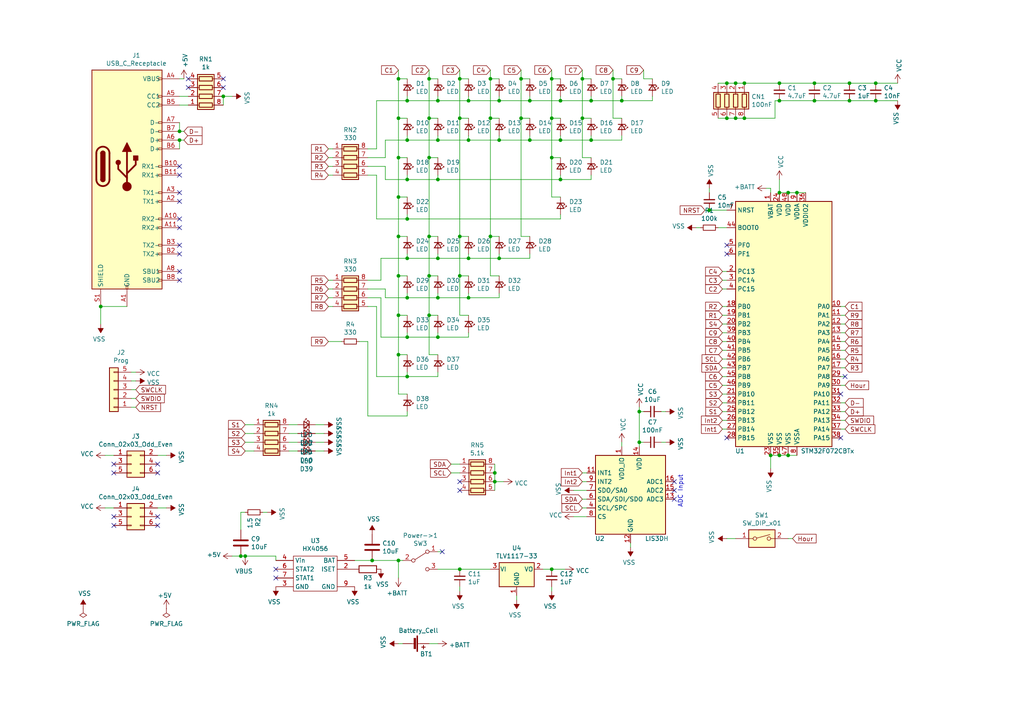
<source format=kicad_sch>
(kicad_sch (version 20200618) (host eeschema "(5.99.0-2031-g4c5f3cb5b)")
  (page 1 1)
  (paper "A4")
  (junction (at 29.21 88.9))
  (junction (at 52.07 38.1))
  (junction (at 52.07 40.64))
  (junction (at 64.77 27.94))
  (junction (at 69.85 161.29))
  (junction (at 71.12 161.29))
  (junction (at 107.95 162.56))
  (junction (at 115.57 22.86))
  (junction (at 115.57 34.29))
  (junction (at 115.57 45.72))
  (junction (at 115.57 57.15))
  (junction (at 115.57 68.58))
  (junction (at 115.57 80.01))
  (junction (at 115.57 91.44))
  (junction (at 115.57 102.87))
  (junction (at 115.57 162.56))
  (junction (at 118.11 29.21))
  (junction (at 118.11 40.64))
  (junction (at 118.11 52.07))
  (junction (at 118.11 63.5))
  (junction (at 118.11 74.93))
  (junction (at 118.11 86.36))
  (junction (at 118.11 97.79))
  (junction (at 118.11 109.22))
  (junction (at 124.46 22.86))
  (junction (at 124.46 34.29))
  (junction (at 124.46 45.72))
  (junction (at 124.46 68.58))
  (junction (at 124.46 80.01))
  (junction (at 124.46 91.44))
  (junction (at 127 29.21))
  (junction (at 127 40.64))
  (junction (at 127 52.07))
  (junction (at 127 74.93))
  (junction (at 127 86.36))
  (junction (at 127 97.79))
  (junction (at 133.35 22.86))
  (junction (at 133.35 34.29))
  (junction (at 133.35 68.58))
  (junction (at 133.35 80.01))
  (junction (at 133.35 165.1))
  (junction (at 135.89 29.21))
  (junction (at 135.89 40.64))
  (junction (at 135.89 74.93))
  (junction (at 135.89 86.36))
  (junction (at 142.24 22.86))
  (junction (at 142.24 34.29))
  (junction (at 142.24 68.58))
  (junction (at 143.51 137.16))
  (junction (at 143.51 139.7))
  (junction (at 144.78 29.21))
  (junction (at 144.78 40.64))
  (junction (at 144.78 74.93))
  (junction (at 151.13 22.86))
  (junction (at 151.13 34.29))
  (junction (at 153.67 29.21))
  (junction (at 153.67 40.64))
  (junction (at 160.02 22.86))
  (junction (at 160.02 34.29))
  (junction (at 160.02 45.72))
  (junction (at 160.02 165.1))
  (junction (at 162.56 29.21))
  (junction (at 162.56 40.64))
  (junction (at 162.56 52.07))
  (junction (at 168.91 22.86))
  (junction (at 168.91 34.29))
  (junction (at 171.45 29.21))
  (junction (at 171.45 40.64))
  (junction (at 177.8 22.86))
  (junction (at 180.34 29.21))
  (junction (at 185.42 119.38))
  (junction (at 185.42 128.27))
  (junction (at 205.74 60.96))
  (junction (at 210.82 24.13))
  (junction (at 210.82 34.29))
  (junction (at 213.36 24.13))
  (junction (at 213.36 34.29))
  (junction (at 215.9 24.13))
  (junction (at 215.9 34.29))
  (junction (at 223.52 132.08))
  (junction (at 226.06 24.13))
  (junction (at 226.06 29.21))
  (junction (at 226.06 55.88))
  (junction (at 226.06 132.08))
  (junction (at 228.6 55.88))
  (junction (at 228.6 132.08))
  (junction (at 231.14 55.88))
  (junction (at 236.22 24.13))
  (junction (at 236.22 29.21))
  (junction (at 246.38 24.13))
  (junction (at 246.38 29.21))
  (junction (at 254 24.13))
  (junction (at 254 29.21))
  (no_connect (at 245.11 109.22))
  (no_connect (at 80.01 167.64))
  (no_connect (at 45.72 152.4))
  (no_connect (at 210.82 73.66))
  (no_connect (at 52.07 50.8))
  (no_connect (at 45.72 137.16))
  (no_connect (at 64.77 22.86))
  (no_connect (at 45.72 134.62))
  (no_connect (at 52.07 78.74))
  (no_connect (at 54.61 25.4))
  (no_connect (at 243.84 127))
  (no_connect (at 133.35 139.7))
  (no_connect (at 33.02 152.4))
  (no_connect (at 52.07 48.26))
  (no_connect (at 210.82 71.12))
  (no_connect (at 52.07 63.5))
  (no_connect (at 54.61 22.86))
  (no_connect (at 33.02 137.16))
  (no_connect (at 64.77 25.4))
  (no_connect (at 133.35 142.24))
  (no_connect (at 128.27 160.02))
  (no_connect (at 52.07 73.66))
  (no_connect (at 52.07 66.04))
  (no_connect (at 52.07 58.42))
  (no_connect (at 33.02 149.86))
  (no_connect (at 52.07 81.28))
  (no_connect (at 195.58 144.78))
  (no_connect (at 195.58 142.24))
  (no_connect (at 52.07 71.12))
  (no_connect (at 195.58 139.7))
  (no_connect (at 52.07 55.88))
  (no_connect (at 210.82 127))
  (no_connect (at 45.72 149.86))
  (no_connect (at 80.01 165.1))
  (no_connect (at 33.02 134.62))
  (no_connect (at 243.84 114.3))
  (wire (pts (xy 29.21 88.9) (xy 29.21 93.98)))
  (wire (pts (xy 29.21 88.9) (xy 36.83 88.9)))
  (wire (pts (xy 30.48 132.08) (xy 33.02 132.08)))
  (wire (pts (xy 30.48 147.32) (xy 33.02 147.32)))
  (wire (pts (xy 38.1 107.95) (xy 39.37 107.95)))
  (wire (pts (xy 38.1 110.49) (xy 39.37 110.49)))
  (wire (pts (xy 38.1 115.57) (xy 39.37 115.57)))
  (wire (pts (xy 39.37 113.03) (xy 38.1 113.03)))
  (wire (pts (xy 39.37 118.11) (xy 38.1 118.11)))
  (wire (pts (xy 45.72 132.08) (xy 48.26 132.08)))
  (wire (pts (xy 45.72 147.32) (xy 48.26 147.32)))
  (wire (pts (xy 52.07 27.94) (xy 54.61 27.94)))
  (wire (pts (xy 52.07 30.48) (xy 54.61 30.48)))
  (wire (pts (xy 52.07 38.1) (xy 52.07 35.56)))
  (wire (pts (xy 52.07 38.1) (xy 53.34 38.1)))
  (wire (pts (xy 52.07 40.64) (xy 52.07 43.18)))
  (wire (pts (xy 52.07 40.64) (xy 53.34 40.64)))
  (wire (pts (xy 53.34 22.86) (xy 52.07 22.86)))
  (wire (pts (xy 64.77 27.94) (xy 67.31 27.94)))
  (wire (pts (xy 64.77 30.48) (xy 64.77 27.94)))
  (wire (pts (xy 67.31 161.29) (xy 69.85 161.29)))
  (wire (pts (xy 69.85 148.59) (xy 69.85 153.67)))
  (wire (pts (xy 69.85 148.59) (xy 71.12 148.59)))
  (wire (pts (xy 69.85 161.29) (xy 71.12 161.29)))
  (wire (pts (xy 71.12 125.73) (xy 73.66 125.73)))
  (wire (pts (xy 71.12 130.81) (xy 73.66 130.81)))
  (wire (pts (xy 71.12 161.29) (xy 80.01 161.29)))
  (wire (pts (xy 73.66 123.19) (xy 71.12 123.19)))
  (wire (pts (xy 73.66 128.27) (xy 71.12 128.27)))
  (wire (pts (xy 76.2 148.59) (xy 77.47 148.59)))
  (wire (pts (xy 80.01 161.29) (xy 80.01 162.56)))
  (wire (pts (xy 86.36 123.19) (xy 83.82 123.19)))
  (wire (pts (xy 86.36 125.73) (xy 83.82 125.73)))
  (wire (pts (xy 86.36 128.27) (xy 83.82 128.27)))
  (wire (pts (xy 86.36 130.81) (xy 83.82 130.81)))
  (wire (pts (xy 91.44 123.19) (xy 93.98 123.19)))
  (wire (pts (xy 91.44 125.73) (xy 93.98 125.73)))
  (wire (pts (xy 91.44 128.27) (xy 93.98 128.27)))
  (wire (pts (xy 91.44 130.81) (xy 93.98 130.81)))
  (wire (pts (xy 95.25 45.72) (xy 96.52 45.72)))
  (wire (pts (xy 95.25 50.8) (xy 96.52 50.8)))
  (wire (pts (xy 95.25 83.82) (xy 96.52 83.82)))
  (wire (pts (xy 95.25 88.9) (xy 96.52 88.9)))
  (wire (pts (xy 95.25 99.06) (xy 99.06 99.06)))
  (wire (pts (xy 96.52 43.18) (xy 95.25 43.18)))
  (wire (pts (xy 96.52 48.26) (xy 95.25 48.26)))
  (wire (pts (xy 96.52 81.28) (xy 95.25 81.28)))
  (wire (pts (xy 96.52 86.36) (xy 95.25 86.36)))
  (wire (pts (xy 102.87 162.56) (xy 107.95 162.56)))
  (wire (pts (xy 104.14 99.06) (xy 106.68 99.06)))
  (wire (pts (xy 106.68 45.72) (xy 111.76 45.72)))
  (wire (pts (xy 106.68 48.26) (xy 111.76 48.26)))
  (wire (pts (xy 106.68 50.8) (xy 109.22 50.8)))
  (wire (pts (xy 106.68 81.28) (xy 110.49 81.28)))
  (wire (pts (xy 106.68 83.82) (xy 111.76 83.82)))
  (wire (pts (xy 106.68 86.36) (xy 110.49 86.36)))
  (wire (pts (xy 106.68 88.9) (xy 109.22 88.9)))
  (wire (pts (xy 106.68 99.06) (xy 106.68 120.65)))
  (wire (pts (xy 106.68 120.65) (xy 118.11 120.65)))
  (wire (pts (xy 107.95 162.56) (xy 115.57 162.56)))
  (wire (pts (xy 109.22 29.21) (xy 109.22 43.18)))
  (wire (pts (xy 109.22 29.21) (xy 118.11 29.21)))
  (wire (pts (xy 109.22 43.18) (xy 106.68 43.18)))
  (wire (pts (xy 109.22 50.8) (xy 109.22 63.5)))
  (wire (pts (xy 109.22 88.9) (xy 109.22 109.22)))
  (wire (pts (xy 109.22 109.22) (xy 118.11 109.22)))
  (wire (pts (xy 110.49 81.28) (xy 110.49 74.93)))
  (wire (pts (xy 110.49 86.36) (xy 110.49 97.79)))
  (wire (pts (xy 111.76 45.72) (xy 111.76 40.64)))
  (wire (pts (xy 111.76 48.26) (xy 111.76 52.07)))
  (wire (pts (xy 111.76 83.82) (xy 111.76 86.36)))
  (wire (pts (xy 115.57 20.32) (xy 115.57 22.86)))
  (wire (pts (xy 115.57 22.86) (xy 115.57 34.29)))
  (wire (pts (xy 115.57 34.29) (xy 115.57 45.72)))
  (wire (pts (xy 115.57 34.29) (xy 118.11 34.29)))
  (wire (pts (xy 115.57 45.72) (xy 115.57 57.15)))
  (wire (pts (xy 115.57 45.72) (xy 118.11 45.72)))
  (wire (pts (xy 115.57 57.15) (xy 115.57 68.58)))
  (wire (pts (xy 115.57 57.15) (xy 118.11 57.15)))
  (wire (pts (xy 115.57 68.58) (xy 115.57 80.01)))
  (wire (pts (xy 115.57 68.58) (xy 118.11 68.58)))
  (wire (pts (xy 115.57 80.01) (xy 115.57 91.44)))
  (wire (pts (xy 115.57 80.01) (xy 118.11 80.01)))
  (wire (pts (xy 115.57 91.44) (xy 115.57 102.87)))
  (wire (pts (xy 115.57 102.87) (xy 115.57 114.3)))
  (wire (pts (xy 115.57 102.87) (xy 118.11 102.87)))
  (wire (pts (xy 115.57 114.3) (xy 118.11 114.3)))
  (wire (pts (xy 115.57 162.56) (xy 116.84 162.56)))
  (wire (pts (xy 115.57 167.64) (xy 115.57 162.56)))
  (wire (pts (xy 115.57 186.69) (xy 116.84 186.69)))
  (wire (pts (xy 118.11 22.86) (xy 115.57 22.86)))
  (wire (pts (xy 118.11 27.94) (xy 118.11 29.21)))
  (wire (pts (xy 118.11 29.21) (xy 127 29.21)))
  (wire (pts (xy 118.11 39.37) (xy 118.11 40.64)))
  (wire (pts (xy 118.11 40.64) (xy 111.76 40.64)))
  (wire (pts (xy 118.11 50.8) (xy 118.11 52.07)))
  (wire (pts (xy 118.11 52.07) (xy 111.76 52.07)))
  (wire (pts (xy 118.11 62.23) (xy 118.11 63.5)))
  (wire (pts (xy 118.11 63.5) (xy 109.22 63.5)))
  (wire (pts (xy 118.11 73.66) (xy 118.11 74.93)))
  (wire (pts (xy 118.11 74.93) (xy 110.49 74.93)))
  (wire (pts (xy 118.11 85.09) (xy 118.11 86.36)))
  (wire (pts (xy 118.11 86.36) (xy 111.76 86.36)))
  (wire (pts (xy 118.11 91.44) (xy 115.57 91.44)))
  (wire (pts (xy 118.11 96.52) (xy 118.11 97.79)))
  (wire (pts (xy 118.11 97.79) (xy 110.49 97.79)))
  (wire (pts (xy 118.11 107.95) (xy 118.11 109.22)))
  (wire (pts (xy 118.11 109.22) (xy 127 109.22)))
  (wire (pts (xy 118.11 119.38) (xy 118.11 120.65)))
  (wire (pts (xy 124.46 20.32) (xy 124.46 22.86)))
  (wire (pts (xy 124.46 34.29) (xy 124.46 22.86)))
  (wire (pts (xy 124.46 34.29) (xy 127 34.29)))
  (wire (pts (xy 124.46 45.72) (xy 124.46 34.29)))
  (wire (pts (xy 124.46 68.58) (xy 124.46 45.72)))
  (wire (pts (xy 124.46 80.01) (xy 124.46 68.58)))
  (wire (pts (xy 124.46 80.01) (xy 127 80.01)))
  (wire (pts (xy 124.46 91.44) (xy 124.46 80.01)))
  (wire (pts (xy 124.46 91.44) (xy 127 91.44)))
  (wire (pts (xy 124.46 102.87) (xy 124.46 91.44)))
  (wire (pts (xy 124.46 102.87) (xy 127 102.87)))
  (wire (pts (xy 124.46 186.69) (xy 127 186.69)))
  (wire (pts (xy 127 22.86) (xy 124.46 22.86)))
  (wire (pts (xy 127 27.94) (xy 127 29.21)))
  (wire (pts (xy 127 29.21) (xy 135.89 29.21)))
  (wire (pts (xy 127 39.37) (xy 127 40.64)))
  (wire (pts (xy 127 40.64) (xy 118.11 40.64)))
  (wire (pts (xy 127 45.72) (xy 124.46 45.72)))
  (wire (pts (xy 127 50.8) (xy 127 52.07)))
  (wire (pts (xy 127 52.07) (xy 118.11 52.07)))
  (wire (pts (xy 127 68.58) (xy 124.46 68.58)))
  (wire (pts (xy 127 73.66) (xy 127 74.93)))
  (wire (pts (xy 127 74.93) (xy 118.11 74.93)))
  (wire (pts (xy 127 85.09) (xy 127 86.36)))
  (wire (pts (xy 127 86.36) (xy 118.11 86.36)))
  (wire (pts (xy 127 96.52) (xy 127 97.79)))
  (wire (pts (xy 127 97.79) (xy 118.11 97.79)))
  (wire (pts (xy 127 107.95) (xy 127 109.22)))
  (wire (pts (xy 127 160.02) (xy 128.27 160.02)))
  (wire (pts (xy 127 165.1) (xy 133.35 165.1)))
  (wire (pts (xy 133.35 20.32) (xy 133.35 22.86)))
  (wire (pts (xy 133.35 34.29) (xy 133.35 22.86)))
  (wire (pts (xy 133.35 34.29) (xy 135.89 34.29)))
  (wire (pts (xy 133.35 68.58) (xy 133.35 34.29)))
  (wire (pts (xy 133.35 80.01) (xy 133.35 68.58)))
  (wire (pts (xy 133.35 91.44) (xy 133.35 80.01)))
  (wire (pts (xy 133.35 91.44) (xy 135.89 91.44)))
  (wire (pts (xy 133.35 134.62) (xy 130.81 134.62)))
  (wire (pts (xy 133.35 137.16) (xy 130.81 137.16)))
  (wire (pts (xy 133.35 165.1) (xy 142.24 165.1)))
  (wire (pts (xy 133.35 171.45) (xy 133.35 170.18)))
  (wire (pts (xy 135.89 22.86) (xy 133.35 22.86)))
  (wire (pts (xy 135.89 27.94) (xy 135.89 29.21)))
  (wire (pts (xy 135.89 29.21) (xy 144.78 29.21)))
  (wire (pts (xy 135.89 39.37) (xy 135.89 40.64)))
  (wire (pts (xy 135.89 40.64) (xy 127 40.64)))
  (wire (pts (xy 135.89 68.58) (xy 133.35 68.58)))
  (wire (pts (xy 135.89 73.66) (xy 135.89 74.93)))
  (wire (pts (xy 135.89 74.93) (xy 127 74.93)))
  (wire (pts (xy 135.89 80.01) (xy 133.35 80.01)))
  (wire (pts (xy 135.89 85.09) (xy 135.89 86.36)))
  (wire (pts (xy 135.89 86.36) (xy 127 86.36)))
  (wire (pts (xy 135.89 96.52) (xy 135.89 97.79)))
  (wire (pts (xy 135.89 97.79) (xy 127 97.79)))
  (wire (pts (xy 142.24 20.32) (xy 142.24 22.86)))
  (wire (pts (xy 142.24 22.86) (xy 144.78 22.86)))
  (wire (pts (xy 142.24 34.29) (xy 142.24 22.86)))
  (wire (pts (xy 142.24 68.58) (xy 142.24 34.29)))
  (wire (pts (xy 142.24 80.01) (xy 142.24 68.58)))
  (wire (pts (xy 143.51 137.16) (xy 143.51 134.62)))
  (wire (pts (xy 143.51 139.7) (xy 143.51 137.16)))
  (wire (pts (xy 143.51 139.7) (xy 143.51 142.24)))
  (wire (pts (xy 144.78 27.94) (xy 144.78 29.21)))
  (wire (pts (xy 144.78 29.21) (xy 153.67 29.21)))
  (wire (pts (xy 144.78 34.29) (xy 142.24 34.29)))
  (wire (pts (xy 144.78 39.37) (xy 144.78 40.64)))
  (wire (pts (xy 144.78 40.64) (xy 135.89 40.64)))
  (wire (pts (xy 144.78 68.58) (xy 142.24 68.58)))
  (wire (pts (xy 144.78 73.66) (xy 144.78 74.93)))
  (wire (pts (xy 144.78 74.93) (xy 135.89 74.93)))
  (wire (pts (xy 144.78 80.01) (xy 142.24 80.01)))
  (wire (pts (xy 144.78 85.09) (xy 144.78 86.36)))
  (wire (pts (xy 144.78 86.36) (xy 135.89 86.36)))
  (wire (pts (xy 146.05 139.7) (xy 143.51 139.7)))
  (wire (pts (xy 149.86 173.99) (xy 149.86 172.72)))
  (wire (pts (xy 151.13 20.32) (xy 151.13 22.86)))
  (wire (pts (xy 151.13 22.86) (xy 153.67 22.86)))
  (wire (pts (xy 151.13 34.29) (xy 151.13 22.86)))
  (wire (pts (xy 151.13 68.58) (xy 151.13 34.29)))
  (wire (pts (xy 151.13 68.58) (xy 153.67 68.58)))
  (wire (pts (xy 153.67 27.94) (xy 153.67 29.21)))
  (wire (pts (xy 153.67 29.21) (xy 162.56 29.21)))
  (wire (pts (xy 153.67 34.29) (xy 151.13 34.29)))
  (wire (pts (xy 153.67 39.37) (xy 153.67 40.64)))
  (wire (pts (xy 153.67 40.64) (xy 144.78 40.64)))
  (wire (pts (xy 153.67 73.66) (xy 153.67 74.93)))
  (wire (pts (xy 153.67 74.93) (xy 144.78 74.93)))
  (wire (pts (xy 157.48 165.1) (xy 160.02 165.1)))
  (wire (pts (xy 160.02 22.86) (xy 160.02 20.32)))
  (wire (pts (xy 160.02 22.86) (xy 162.56 22.86)))
  (wire (pts (xy 160.02 34.29) (xy 160.02 22.86)))
  (wire (pts (xy 160.02 45.72) (xy 160.02 34.29)))
  (wire (pts (xy 160.02 57.15) (xy 160.02 45.72)))
  (wire (pts (xy 160.02 57.15) (xy 162.56 57.15)))
  (wire (pts (xy 160.02 165.1) (xy 163.83 165.1)))
  (wire (pts (xy 160.02 171.45) (xy 160.02 170.18)))
  (wire (pts (xy 162.56 27.94) (xy 162.56 29.21)))
  (wire (pts (xy 162.56 29.21) (xy 171.45 29.21)))
  (wire (pts (xy 162.56 34.29) (xy 160.02 34.29)))
  (wire (pts (xy 162.56 39.37) (xy 162.56 40.64)))
  (wire (pts (xy 162.56 40.64) (xy 153.67 40.64)))
  (wire (pts (xy 162.56 45.72) (xy 160.02 45.72)))
  (wire (pts (xy 162.56 50.8) (xy 162.56 52.07)))
  (wire (pts (xy 162.56 52.07) (xy 127 52.07)))
  (wire (pts (xy 162.56 62.23) (xy 162.56 63.5)))
  (wire (pts (xy 162.56 63.5) (xy 118.11 63.5)))
  (wire (pts (xy 166.37 142.24) (xy 170.18 142.24)))
  (wire (pts (xy 166.37 149.86) (xy 170.18 149.86)))
  (wire (pts (xy 168.91 22.86) (xy 168.91 20.32)))
  (wire (pts (xy 168.91 34.29) (xy 168.91 22.86)))
  (wire (pts (xy 168.91 34.29) (xy 171.45 34.29)))
  (wire (pts (xy 168.91 45.72) (xy 168.91 34.29)))
  (wire (pts (xy 168.91 139.7) (xy 170.18 139.7)))
  (wire (pts (xy 168.91 144.78) (xy 170.18 144.78)))
  (wire (pts (xy 168.91 147.32) (xy 170.18 147.32)))
  (wire (pts (xy 170.18 137.16) (xy 168.91 137.16)))
  (wire (pts (xy 171.45 22.86) (xy 168.91 22.86)))
  (wire (pts (xy 171.45 27.94) (xy 171.45 29.21)))
  (wire (pts (xy 171.45 29.21) (xy 180.34 29.21)))
  (wire (pts (xy 171.45 39.37) (xy 171.45 40.64)))
  (wire (pts (xy 171.45 40.64) (xy 162.56 40.64)))
  (wire (pts (xy 171.45 45.72) (xy 168.91 45.72)))
  (wire (pts (xy 171.45 50.8) (xy 171.45 52.07)))
  (wire (pts (xy 171.45 52.07) (xy 162.56 52.07)))
  (wire (pts (xy 177.8 20.32) (xy 177.8 22.86)))
  (wire (pts (xy 177.8 22.86) (xy 177.8 34.29)))
  (wire (pts (xy 177.8 34.29) (xy 180.34 34.29)))
  (wire (pts (xy 180.34 22.86) (xy 177.8 22.86)))
  (wire (pts (xy 180.34 27.94) (xy 180.34 29.21)))
  (wire (pts (xy 180.34 29.21) (xy 189.23 29.21)))
  (wire (pts (xy 180.34 39.37) (xy 180.34 40.64)))
  (wire (pts (xy 180.34 40.64) (xy 171.45 40.64)))
  (wire (pts (xy 180.34 129.54) (xy 180.34 128.27)))
  (wire (pts (xy 182.88 158.75) (xy 182.88 157.48)))
  (wire (pts (xy 185.42 118.11) (xy 185.42 119.38)))
  (wire (pts (xy 185.42 119.38) (xy 185.42 128.27)))
  (wire (pts (xy 185.42 128.27) (xy 185.42 129.54)))
  (wire (pts (xy 186.69 22.86) (xy 186.69 20.32)))
  (wire (pts (xy 186.69 119.38) (xy 185.42 119.38)))
  (wire (pts (xy 186.69 128.27) (xy 185.42 128.27)))
  (wire (pts (xy 189.23 22.86) (xy 186.69 22.86)))
  (wire (pts (xy 189.23 27.94) (xy 189.23 29.21)))
  (wire (pts (xy 191.77 119.38) (xy 193.04 119.38)))
  (wire (pts (xy 191.77 128.27) (xy 193.04 128.27)))
  (wire (pts (xy 201.93 66.04) (xy 203.2 66.04)))
  (wire (pts (xy 204.47 60.96) (xy 205.74 60.96)))
  (wire (pts (xy 205.74 55.88) (xy 205.74 54.61)))
  (wire (pts (xy 205.74 60.96) (xy 210.82 60.96)))
  (wire (pts (xy 208.28 34.29) (xy 210.82 34.29)))
  (wire (pts (xy 208.28 66.04) (xy 210.82 66.04)))
  (wire (pts (xy 209.55 78.74) (xy 210.82 78.74)))
  (wire (pts (xy 209.55 81.28) (xy 210.82 81.28)))
  (wire (pts (xy 209.55 83.82) (xy 210.82 83.82)))
  (wire (pts (xy 209.55 88.9) (xy 210.82 88.9)))
  (wire (pts (xy 209.55 91.44) (xy 210.82 91.44)))
  (wire (pts (xy 209.55 93.98) (xy 210.82 93.98)))
  (wire (pts (xy 209.55 96.52) (xy 210.82 96.52)))
  (wire (pts (xy 209.55 99.06) (xy 210.82 99.06)))
  (wire (pts (xy 209.55 101.6) (xy 210.82 101.6)))
  (wire (pts (xy 209.55 104.14) (xy 210.82 104.14)))
  (wire (pts (xy 209.55 109.22) (xy 210.82 109.22)))
  (wire (pts (xy 209.55 111.76) (xy 210.82 111.76)))
  (wire (pts (xy 209.55 116.84) (xy 210.82 116.84)))
  (wire (pts (xy 209.55 121.92) (xy 210.82 121.92)))
  (wire (pts (xy 210.82 24.13) (xy 208.28 24.13)))
  (wire (pts (xy 210.82 34.29) (xy 213.36 34.29)))
  (wire (pts (xy 210.82 106.68) (xy 209.55 106.68)))
  (wire (pts (xy 210.82 114.3) (xy 209.55 114.3)))
  (wire (pts (xy 210.82 119.38) (xy 209.55 119.38)))
  (wire (pts (xy 210.82 124.46) (xy 209.55 124.46)))
  (wire (pts (xy 210.82 156.21) (xy 213.36 156.21)))
  (wire (pts (xy 213.36 24.13) (xy 210.82 24.13)))
  (wire (pts (xy 213.36 34.29) (xy 215.9 34.29)))
  (wire (pts (xy 215.9 24.13) (xy 213.36 24.13)))
  (wire (pts (xy 215.9 34.29) (xy 224.79 34.29)))
  (wire (pts (xy 222.25 54.61) (xy 223.52 54.61)))
  (wire (pts (xy 223.52 54.61) (xy 223.52 55.88)))
  (wire (pts (xy 223.52 132.08) (xy 226.06 132.08)))
  (wire (pts (xy 223.52 135.89) (xy 223.52 132.08)))
  (wire (pts (xy 224.79 29.21) (xy 226.06 29.21)))
  (wire (pts (xy 224.79 34.29) (xy 224.79 29.21)))
  (wire (pts (xy 226.06 24.13) (xy 215.9 24.13)))
  (wire (pts (xy 226.06 29.21) (xy 236.22 29.21)))
  (wire (pts (xy 226.06 55.88) (xy 226.06 52.07)))
  (wire (pts (xy 226.06 132.08) (xy 228.6 132.08)))
  (wire (pts (xy 228.6 55.88) (xy 226.06 55.88)))
  (wire (pts (xy 228.6 132.08) (xy 231.14 132.08)))
  (wire (pts (xy 228.6 156.21) (xy 229.87 156.21)))
  (wire (pts (xy 231.14 55.88) (xy 228.6 55.88)))
  (wire (pts (xy 233.68 55.88) (xy 231.14 55.88)))
  (wire (pts (xy 236.22 24.13) (xy 226.06 24.13)))
  (wire (pts (xy 236.22 24.13) (xy 246.38 24.13)))
  (wire (pts (xy 236.22 29.21) (xy 246.38 29.21)))
  (wire (pts (xy 243.84 88.9) (xy 245.11 88.9)))
  (wire (pts (xy 243.84 93.98) (xy 245.11 93.98)))
  (wire (pts (xy 243.84 106.68) (xy 245.11 106.68)))
  (wire (pts (xy 243.84 109.22) (xy 245.11 109.22)))
  (wire (pts (xy 243.84 111.76) (xy 245.11 111.76)))
  (wire (pts (xy 243.84 116.84) (xy 245.11 116.84)))
  (wire (pts (xy 243.84 119.38) (xy 245.11 119.38)))
  (wire (pts (xy 243.84 121.92) (xy 245.11 121.92)))
  (wire (pts (xy 245.11 91.44) (xy 243.84 91.44)))
  (wire (pts (xy 245.11 96.52) (xy 243.84 96.52)))
  (wire (pts (xy 245.11 99.06) (xy 243.84 99.06)))
  (wire (pts (xy 245.11 101.6) (xy 243.84 101.6)))
  (wire (pts (xy 245.11 104.14) (xy 243.84 104.14)))
  (wire (pts (xy 245.11 124.46) (xy 243.84 124.46)))
  (wire (pts (xy 246.38 24.13) (xy 254 24.13)))
  (wire (pts (xy 246.38 29.21) (xy 254 29.21)))
  (wire (pts (xy 254 24.13) (xy 260.35 24.13)))
  (wire (pts (xy 254 29.21) (xy 260.35 29.21)))
  (text "ADC Input" (at 198.12 147.32 90) (effects (font (size 1.27 1.27)) (justify left bottom)))
  (global_label "SWCLK" (shape input) (at 39.37 113.03 0))
  (global_label "SWDIO" (shape input) (at 39.37 115.57 0))
  (global_label "NRST" (shape input) (at 39.37 118.11 0))
  (global_label "D-" (shape input) (at 53.34 38.1 0))
  (global_label "D+" (shape input) (at 53.34 40.64 0))
  (global_label "S1" (shape input) (at 71.12 123.19 180))
  (global_label "S2" (shape input) (at 71.12 125.73 180))
  (global_label "S3" (shape input) (at 71.12 128.27 180))
  (global_label "S4" (shape input) (at 71.12 130.81 180))
  (global_label "R1" (shape input) (at 95.25 43.18 180))
  (global_label "R2" (shape input) (at 95.25 45.72 180))
  (global_label "R3" (shape input) (at 95.25 48.26 180))
  (global_label "R4" (shape input) (at 95.25 50.8 180))
  (global_label "R5" (shape input) (at 95.25 81.28 180))
  (global_label "R6" (shape input) (at 95.25 83.82 180))
  (global_label "R7" (shape input) (at 95.25 86.36 180))
  (global_label "R8" (shape input) (at 95.25 88.9 180))
  (global_label "R9" (shape input) (at 95.25 99.06 180))
  (global_label "C1" (shape input) (at 115.57 20.32 180))
  (global_label "C2" (shape input) (at 124.46 20.32 180))
  (global_label "SDA" (shape input) (at 130.81 134.62 180))
  (global_label "SCL" (shape input) (at 130.81 137.16 180))
  (global_label "C3" (shape input) (at 133.35 20.32 180))
  (global_label "C4" (shape input) (at 142.24 20.32 180))
  (global_label "C5" (shape input) (at 151.13 20.32 180))
  (global_label "C6" (shape input) (at 160.02 20.32 180))
  (global_label "C7" (shape input) (at 168.91 20.32 180))
  (global_label "Int1" (shape input) (at 168.91 137.16 180))
  (global_label "Int2" (shape input) (at 168.91 139.7 180))
  (global_label "SDA" (shape input) (at 168.91 144.78 180))
  (global_label "SCL" (shape input) (at 168.91 147.32 180))
  (global_label "C8" (shape input) (at 177.8 20.32 180))
  (global_label "C9" (shape input) (at 186.69 20.32 180))
  (global_label "NRST" (shape input) (at 204.47 60.96 180))
  (global_label "C4" (shape input) (at 209.55 78.74 180))
  (global_label "C3" (shape input) (at 209.55 81.28 180))
  (global_label "C2" (shape input) (at 209.55 83.82 180))
  (global_label "R2" (shape input) (at 209.55 88.9 180))
  (global_label "R1" (shape input) (at 209.55 91.44 180))
  (global_label "S4" (shape input) (at 209.55 93.98 180))
  (global_label "C9" (shape input) (at 209.55 96.52 180))
  (global_label "C8" (shape input) (at 209.55 99.06 180))
  (global_label "C7" (shape input) (at 209.55 101.6 180))
  (global_label "SCL" (shape input) (at 209.55 104.14 180))
  (global_label "SDA" (shape input) (at 209.55 106.68 180))
  (global_label "C6" (shape input) (at 209.55 109.22 180))
  (global_label "C5" (shape input) (at 209.55 111.76 180))
  (global_label "S3" (shape input) (at 209.55 114.3 180))
  (global_label "S2" (shape input) (at 209.55 116.84 180))
  (global_label "S1" (shape input) (at 209.55 119.38 180))
  (global_label "Int2" (shape input) (at 209.55 121.92 180))
  (global_label "Int1" (shape input) (at 209.55 124.46 180))
  (global_label "Hour" (shape input) (at 229.87 156.21 0))
  (global_label "C1" (shape input) (at 245.11 88.9 0))
  (global_label "R9" (shape input) (at 245.11 91.44 0))
  (global_label "R8" (shape input) (at 245.11 93.98 0))
  (global_label "R7" (shape input) (at 245.11 96.52 0))
  (global_label "R6" (shape input) (at 245.11 99.06 0))
  (global_label "R5" (shape input) (at 245.11 101.6 0))
  (global_label "R4" (shape input) (at 245.11 104.14 0))
  (global_label "R3" (shape input) (at 245.11 106.68 0))
  (global_label "Hour" (shape input) (at 245.11 111.76 0))
  (global_label "D-" (shape input) (at 245.11 116.84 0))
  (global_label "D+" (shape input) (at 245.11 119.38 0))
  (global_label "SWDIO" (shape input) (at 245.11 121.92 0))
  (global_label "SWCLK" (shape input) (at 245.11 124.46 0))
  (symbol (lib_id "power:PWR_FLAG") (at 24.13 176.53 180) (unit 1)
    (property "Reference" "#FLG01" (effects hide))
    (property "Value" "PWR_FLAG" (at 24.13 180.9242 0))
  )
  (symbol (lib_id "power:PWR_FLAG") (at 48.26 176.53 180) (unit 1)
    (property "Reference" "#FLG02" (effects hide))
    (property "Value" "PWR_FLAG" (at 48.26 180.9242 0))
  )
  (symbol (lib_id "power:VSS") (at 24.13 176.53 0) (unit 1)
    (property "Reference" "#PWR042" (effects hide))
    (property "Value" "VSS" (at 24.5618 172.1358 0))
  )
  (symbol (lib_id "power:VSS") (at 29.21 93.98 180) (unit 1)
    (property "Reference" "#PWR09" (effects hide))
    (property "Value" "VSS" (at 28.7528 98.3742 0))
  )
  (symbol (lib_id "power:VCC") (at 30.48 132.08 90) (unit 1)
    (property "Reference" "#PWR024" (effects hide))
    (property "Value" "VCC" (at 27.2288 131.6482 90) (effects (justify left)))
  )
  (symbol (lib_id "power:VCC") (at 30.48 147.32 90) (unit 1)
    (property "Reference" "#PWR027" (effects hide))
    (property "Value" "VCC" (at 27.2288 146.8882 90) (effects (justify left)))
  )
  (symbol (lib_id "power:VCC") (at 39.37 107.95 270) (unit 1)
    (property "Reference" "#PWR010" (effects hide))
    (property "Value" "VCC" (at 42.6212 108.3818 90) (effects (justify left)))
  )
  (symbol (lib_id "power:VSS") (at 39.37 110.49 270) (unit 1)
    (property "Reference" "#PWR011" (effects hide))
    (property "Value" "VSS" (at 42.6212 110.9218 90) (effects (justify left)))
  )
  (symbol (lib_id "power:VSS") (at 48.26 132.08 270) (unit 1)
    (property "Reference" "#PWR025" (effects hide))
    (property "Value" "VSS" (at 52.6542 132.5372 0))
  )
  (symbol (lib_id "power:VSS") (at 48.26 147.32 270) (unit 1)
    (property "Reference" "#PWR028" (effects hide))
    (property "Value" "VSS" (at 52.6542 147.7772 0))
  )
  (symbol (lib_id "power:+5V") (at 48.26 176.53 0) (unit 1)
    (property "Reference" "#PWR043" (effects hide))
    (property "Value" "+5V" (at 45.72 172.72 0) (effects (justify left)))
  )
  (symbol (lib_id "power:+5V") (at 53.34 22.86 0) (unit 1)
    (property "Reference" "#PWR01" (effects hide))
    (property "Value" "+5V" (at 53.721 19.6088 90) (effects (justify left)))
  )
  (symbol (lib_id "power:VSS") (at 67.31 27.94 270) (unit 1)
    (property "Reference" "#PWR03" (effects hide))
    (property "Value" "VSS" (at 71.7042 28.3972 0))
  )
  (symbol (lib_id "power:+5V") (at 67.31 161.29 90) (unit 1)
    (property "Reference" "#PWR032" (effects hide))
    (property "Value" "+5V" (at 64.0588 160.909 90) (effects (justify left)))
  )
  (symbol (lib_id "power:VBUS") (at 71.12 161.29 180) (unit 1)
    (property "Reference" "#PWR033" (effects hide))
    (property "Value" "VBUS" (at 70.739 165.6842 0))
  )
  (symbol (lib_id "power:VSS") (at 77.47 148.59 270) (unit 1)
    (property "Reference" "#PWR029" (effects hide))
    (property "Value" "VSS" (at 81.8642 149.0218 0))
  )
  (symbol (lib_id "power:VSS") (at 80.01 170.18 180) (unit 1)
    (property "Reference" "#PWR037" (effects hide))
    (property "Value" "VSS" (at 79.5528 174.5742 0))
  )
  (symbol (lib_id "power:VSS") (at 93.98 123.19 270) (mirror x) (unit 1)
    (property "Reference" "#PWR021" (effects hide))
    (property "Value" "VSS" (at 98.3742 122.7582 0))
  )
  (symbol (lib_id "power:VSS") (at 93.98 125.73 270) (mirror x) (unit 1)
    (property "Reference" "#PWR019" (effects hide))
    (property "Value" "VSS" (at 98.3742 125.2982 0))
  )
  (symbol (lib_id "power:VSS") (at 93.98 128.27 270) (mirror x) (unit 1)
    (property "Reference" "#PWR016" (effects hide))
    (property "Value" "VSS" (at 98.3742 127.8382 0))
  )
  (symbol (lib_id "power:VSS") (at 93.98 130.81 270) (mirror x) (unit 1)
    (property "Reference" "#PWR014" (effects hide))
    (property "Value" "VSS" (at 98.3742 130.3782 0))
  )
  (symbol (lib_id "power:VSS") (at 102.87 170.18 180) (unit 1)
    (property "Reference" "#PWR038" (effects hide))
    (property "Value" "VSS" (at 102.4128 174.5742 0))
  )
  (symbol (lib_id "power:VSS") (at 107.95 154.94 0) (unit 1)
    (property "Reference" "#PWR030" (effects hide))
    (property "Value" "VSS" (at 108.3818 150.5458 0))
  )
  (symbol (lib_id "power:VSS") (at 110.49 165.1 0) (mirror x) (unit 1)
    (property "Reference" "#PWR034" (effects hide))
    (property "Value" "VSS" (at 110.9472 169.4942 0))
  )
  (symbol (lib_id "power:+BATT") (at 115.57 167.64 180) (unit 1)
    (property "Reference" "#PWR036" (effects hide))
    (property "Value" "+BATT" (at 115.189 172.0342 0))
  )
  (symbol (lib_id "power:VSS") (at 115.57 186.69 90) (unit 1)
    (property "Reference" "#PWR044" (effects hide))
    (property "Value" "VSS" (at 111.1758 186.2328 0))
  )
  (symbol (lib_id "power:+BATT") (at 127 186.69 270) (unit 1)
    (property "Reference" "#PWR045" (effects hide))
    (property "Value" "+BATT" (at 130.2512 187.071 90) (effects (justify left)))
  )
  (symbol (lib_id "power:VSS") (at 133.35 171.45 180) (unit 1)
    (property "Reference" "#PWR039" (effects hide))
    (property "Value" "VSS" (at 132.8928 175.8442 0))
  )
  (symbol (lib_id "power:VCC") (at 146.05 139.7 270) (unit 1)
    (property "Reference" "#PWR012" (effects hide))
    (property "Value" "VCC" (at 149.3012 140.1318 90) (effects (justify left)))
  )
  (symbol (lib_id "power:VSS") (at 149.86 173.99 180) (unit 1)
    (property "Reference" "#PWR041" (effects hide))
    (property "Value" "VSS" (at 149.4028 178.3842 0))
  )
  (symbol (lib_id "power:VSS") (at 160.02 171.45 180) (unit 1)
    (property "Reference" "#PWR040" (effects hide))
    (property "Value" "VSS" (at 159.5628 175.8442 0))
  )
  (symbol (lib_id "power:VCC") (at 163.83 165.1 270) (unit 1)
    (property "Reference" "#PWR035" (effects hide))
    (property "Value" "VCC" (at 167.0812 165.5318 90) (effects (justify left)))
  )
  (symbol (lib_id "power:VSS") (at 166.37 142.24 90) (unit 1)
    (property "Reference" "#PWR0107" (effects hide))
    (property "Value" "VSS" (at 161.9758 141.8082 0))
  )
  (symbol (lib_id "power:VCC") (at 166.37 149.86 90) (unit 1)
    (property "Reference" "#PWR0106" (effects hide))
    (property "Value" "VCC" (at 163.1188 149.4282 90) (effects (justify left)))
  )
  (symbol (lib_id "power:VCC") (at 180.34 128.27 0) (unit 1)
    (property "Reference" "#PWR0101" (effects hide))
    (property "Value" "VCC" (at 180.7718 125.0188 90) (effects (justify left)))
  )
  (symbol (lib_id "power:VSS") (at 182.88 158.75 180) (unit 1)
    (property "Reference" "#PWR0102" (effects hide))
    (property "Value" "VSS" (at 182.4482 163.1442 0))
  )
  (symbol (lib_id "power:VCC") (at 185.42 118.11 0) (unit 1)
    (property "Reference" "#PWR0103" (effects hide))
    (property "Value" "VCC" (at 185.8518 114.8588 90) (effects (justify left)))
  )
  (symbol (lib_id "power:VSS") (at 193.04 119.38 270) (unit 1)
    (property "Reference" "#PWR0105" (effects hide))
    (property "Value" "VSS" (at 197.4342 119.8118 0))
  )
  (symbol (lib_id "power:VSS") (at 193.04 128.27 270) (unit 1)
    (property "Reference" "#PWR0104" (effects hide))
    (property "Value" "VSS" (at 197.4342 128.7018 0))
  )
  (symbol (lib_id "power:VSS") (at 201.93 66.04 90) (unit 1)
    (property "Reference" "#PWR08" (effects hide))
    (property "Value" "VSS" (at 198.6788 65.6082 90) (effects (justify left)))
  )
  (symbol (lib_id "power:VSS") (at 205.74 54.61 0) (unit 1)
    (property "Reference" "#PWR06" (effects hide))
    (property "Value" "VSS" (at 206.1718 51.3588 90) (effects (justify left)))
  )
  (symbol (lib_id "power:VSS") (at 210.82 156.21 90) (unit 1)
    (property "Reference" "#PWR031" (effects hide))
    (property "Value" "VSS" (at 206.4258 155.7782 0))
  )
  (symbol (lib_id "power:+BATT") (at 222.25 54.61 90) (unit 1)
    (property "Reference" "#PWR07" (effects hide))
    (property "Value" "+BATT" (at 219.0242 54.229 90) (effects (justify left)))
  )
  (symbol (lib_id "power:VSS") (at 223.52 135.89 180) (unit 1)
    (property "Reference" "#PWR026" (effects hide))
    (property "Value" "VSS" (at 223.0882 139.1412 90) (effects (justify left)))
  )
  (symbol (lib_id "power:VCC") (at 226.06 52.07 0) (unit 1)
    (property "Reference" "#PWR05" (effects hide))
    (property "Value" "VCC" (at 226.4918 48.8188 90) (effects (justify left)))
  )
  (symbol (lib_id "power:VCC") (at 260.35 24.13 0) (unit 1)
    (property "Reference" "#PWR02" (effects hide))
    (property "Value" "VCC" (at 260.7818 20.8788 90) (effects (justify left)))
  )
  (symbol (lib_id "power:VSS") (at 260.35 29.21 180) (unit 1)
    (property "Reference" "#PWR04" (effects hide))
    (property "Value" "VSS" (at 259.9182 32.4612 90) (effects (justify left)))
  )
  (symbol (lib_id "Device:R_Small") (at 73.66 148.59 270) (unit 1)
    (property "Reference" "R2" (at 74.8284 150.0886 0) (effects (justify left)))
    (property "Value" "1.5" (at 72.517 150.0886 0) (effects (justify left)))
    (property "Footprint" "Resistor_SMD:R_0805_2012Metric" (effects hide))
  )
  (symbol (lib_id "Device:R_Small") (at 101.6 99.06 270) (unit 1)
    (property "Reference" "R4" (at 101.6 94.0816 90))
    (property "Value" "330" (at 101.6 96.393 90))
    (property "Footprint" "Resistor_SMD:R_0805_2012Metric" (effects hide))
  )
  (symbol (lib_id "Device:R_Small") (at 205.74 66.04 270) (unit 1)
    (property "Reference" "R1" (at 205.74 61.0616 90))
    (property "Value" "100k" (at 205.74 63.373 90))
    (property "Footprint" "Resistor_SMD:R_0805_2012Metric" (effects hide))
  )
  (symbol (lib_id "Device:LED_Small") (at 88.9 123.19 0) (mirror y) (unit 1)
    (property "Reference" "D42" (at 88.9 128.397 0))
    (property "Value" "LED" (at 88.9 126.0856 0))
    (property "Footprint" "Dragos:T776-ReverseMountLED" (effects hide))
  )
  (symbol (lib_id "Device:LED_Small") (at 88.9 125.73 0) (mirror y) (unit 1)
    (property "Reference" "D41" (at 88.9 130.937 0))
    (property "Value" "LED" (at 88.9 128.6256 0))
    (property "Footprint" "Dragos:T776-ReverseMountLED" (effects hide))
  )
  (symbol (lib_id "Device:LED_Small") (at 88.9 128.27 0) (mirror y) (unit 1)
    (property "Reference" "D40" (at 88.9 133.477 0))
    (property "Value" "LED" (at 88.9 131.1656 0))
    (property "Footprint" "Dragos:T776-ReverseMountLED" (effects hide))
  )
  (symbol (lib_id "Device:LED_Small") (at 88.9 130.81 0) (mirror y) (unit 1)
    (property "Reference" "D39" (at 88.9 136.017 0))
    (property "Value" "LED" (at 88.9 133.7056 0))
    (property "Footprint" "Dragos:T776-ReverseMountLED" (effects hide))
  )
  (symbol (lib_id "Device:LED_Small") (at 118.11 25.4 270) (unit 1)
    (property "Reference" "D1" (at 120.5992 24.2316 90) (effects (justify left)))
    (property "Value" "LED" (at 120.5992 26.543 90) (effects (justify left)))
    (property "Footprint" "LED_SMD:LED_0805_2012Metric" (effects hide))
  )
  (symbol (lib_id "Device:LED_Small") (at 118.11 36.83 270) (unit 1)
    (property "Reference" "D10" (at 120.5992 35.6616 90) (effects (justify left)))
    (property "Value" "LED" (at 120.5992 37.973 90) (effects (justify left)))
    (property "Footprint" "LED_SMD:LED_0805_2012Metric" (effects hide))
  )
  (symbol (lib_id "Device:LED_Small") (at 118.11 48.26 270) (unit 1)
    (property "Reference" "D18" (at 120.5992 47.0916 90) (effects (justify left)))
    (property "Value" "LED" (at 120.5992 49.403 90) (effects (justify left)))
    (property "Footprint" "LED_SMD:LED_0805_2012Metric" (effects hide))
  )
  (symbol (lib_id "Device:LED_Small") (at 118.11 59.69 270) (unit 1)
    (property "Reference" "D22" (at 120.5992 58.5216 90) (effects (justify left)))
    (property "Value" "LED" (at 120.5992 60.833 90) (effects (justify left)))
    (property "Footprint" "LED_SMD:LED_0805_2012Metric" (effects hide))
  )
  (symbol (lib_id "Device:LED_Small") (at 118.11 71.12 270) (unit 1)
    (property "Reference" "D24" (at 120.5992 69.9516 90) (effects (justify left)))
    (property "Value" "LED" (at 120.5992 72.263 90) (effects (justify left)))
    (property "Footprint" "LED_SMD:LED_0805_2012Metric" (effects hide))
  )
  (symbol (lib_id "Device:LED_Small") (at 118.11 82.55 270) (unit 1)
    (property "Reference" "D29" (at 120.5992 81.3816 90) (effects (justify left)))
    (property "Value" "LED" (at 120.5992 83.693 90) (effects (justify left)))
    (property "Footprint" "LED_SMD:LED_0805_2012Metric" (effects hide))
  )
  (symbol (lib_id "Device:LED_Small") (at 118.11 93.98 270) (unit 1)
    (property "Reference" "D33" (at 120.5992 92.8116 90) (effects (justify left)))
    (property "Value" "LED" (at 120.5992 95.123 90) (effects (justify left)))
    (property "Footprint" "LED_SMD:LED_0805_2012Metric" (effects hide))
  )
  (symbol (lib_id "Device:LED_Small") (at 118.11 105.41 270) (unit 1)
    (property "Reference" "D36" (at 120.5992 104.2416 90) (effects (justify left)))
    (property "Value" "LED" (at 120.5992 106.553 90) (effects (justify left)))
    (property "Footprint" "LED_SMD:LED_0805_2012Metric" (effects hide))
  )
  (symbol (lib_id "Device:LED_Small") (at 118.11 116.84 270) (unit 1)
    (property "Reference" "D38" (at 120.5992 115.6716 90) (effects (justify left)))
    (property "Value" "LED" (at 120.5992 117.983 90) (effects (justify left)))
    (property "Footprint" "LED_SMD:LED_0805_2012Metric" (effects hide))
  )
  (symbol (lib_id "Device:LED_Small") (at 127 25.4 270) (unit 1)
    (property "Reference" "D2" (at 129.4892 24.2316 90) (effects (justify left)))
    (property "Value" "LED" (at 129.4892 26.543 90) (effects (justify left)))
    (property "Footprint" "LED_SMD:LED_0805_2012Metric" (effects hide))
  )
  (symbol (lib_id "Device:LED_Small") (at 127 36.83 270) (unit 1)
    (property "Reference" "D11" (at 129.4892 35.6616 90) (effects (justify left)))
    (property "Value" "LED" (at 129.4892 37.973 90) (effects (justify left)))
    (property "Footprint" "LED_SMD:LED_0805_2012Metric" (effects hide))
  )
  (symbol (lib_id "Device:LED_Small") (at 127 48.26 270) (unit 1)
    (property "Reference" "D19" (at 129.4892 47.0916 90) (effects (justify left)))
    (property "Value" "LED" (at 129.4892 49.403 90) (effects (justify left)))
    (property "Footprint" "LED_SMD:LED_0805_2012Metric" (effects hide))
  )
  (symbol (lib_id "Device:LED_Small") (at 127 71.12 270) (unit 1)
    (property "Reference" "D25" (at 129.4892 69.9516 90) (effects (justify left)))
    (property "Value" "LED" (at 129.4892 72.263 90) (effects (justify left)))
    (property "Footprint" "LED_SMD:LED_0805_2012Metric" (effects hide))
  )
  (symbol (lib_id "Device:LED_Small") (at 127 82.55 270) (unit 1)
    (property "Reference" "D30" (at 129.4892 81.3816 90) (effects (justify left)))
    (property "Value" "LED" (at 129.4892 83.693 90) (effects (justify left)))
    (property "Footprint" "LED_SMD:LED_0805_2012Metric" (effects hide))
  )
  (symbol (lib_id "Device:LED_Small") (at 127 93.98 270) (unit 1)
    (property "Reference" "D34" (at 129.4892 92.8116 90) (effects (justify left)))
    (property "Value" "LED" (at 129.4892 95.123 90) (effects (justify left)))
    (property "Footprint" "LED_SMD:LED_0805_2012Metric" (effects hide))
  )
  (symbol (lib_id "Device:LED_Small") (at 127 105.41 270) (unit 1)
    (property "Reference" "D37" (at 129.4892 104.2416 90) (effects (justify left)))
    (property "Value" "LED" (at 129.4892 106.553 90) (effects (justify left)))
    (property "Footprint" "LED_SMD:LED_0805_2012Metric" (effects hide))
  )
  (symbol (lib_id "Device:LED_Small") (at 135.89 25.4 270) (unit 1)
    (property "Reference" "D3" (at 138.3792 24.2316 90) (effects (justify left)))
    (property "Value" "LED" (at 138.3792 26.543 90) (effects (justify left)))
    (property "Footprint" "LED_SMD:LED_0805_2012Metric" (effects hide))
  )
  (symbol (lib_id "Device:LED_Small") (at 135.89 36.83 270) (unit 1)
    (property "Reference" "D12" (at 138.3792 35.6616 90) (effects (justify left)))
    (property "Value" "LED" (at 138.3792 37.973 90) (effects (justify left)))
    (property "Footprint" "LED_SMD:LED_0805_2012Metric" (effects hide))
  )
  (symbol (lib_id "Device:LED_Small") (at 135.89 71.12 270) (unit 1)
    (property "Reference" "D26" (at 138.3792 69.9516 90) (effects (justify left)))
    (property "Value" "LED" (at 138.3792 72.263 90) (effects (justify left)))
    (property "Footprint" "LED_SMD:LED_0805_2012Metric" (effects hide))
  )
  (symbol (lib_id "Device:LED_Small") (at 135.89 82.55 270) (unit 1)
    (property "Reference" "D31" (at 138.3792 81.3816 90) (effects (justify left)))
    (property "Value" "LED" (at 138.3792 83.693 90) (effects (justify left)))
    (property "Footprint" "LED_SMD:LED_0805_2012Metric" (effects hide))
  )
  (symbol (lib_id "Device:LED_Small") (at 135.89 93.98 270) (unit 1)
    (property "Reference" "D35" (at 138.3792 92.8116 90) (effects (justify left)))
    (property "Value" "LED" (at 138.3792 95.123 90) (effects (justify left)))
    (property "Footprint" "LED_SMD:LED_0805_2012Metric" (effects hide))
  )
  (symbol (lib_id "Device:LED_Small") (at 144.78 25.4 270) (unit 1)
    (property "Reference" "D4" (at 147.2692 24.2316 90) (effects (justify left)))
    (property "Value" "LED" (at 147.2692 26.543 90) (effects (justify left)))
    (property "Footprint" "LED_SMD:LED_0805_2012Metric" (effects hide))
  )
  (symbol (lib_id "Device:LED_Small") (at 144.78 36.83 270) (unit 1)
    (property "Reference" "D13" (at 147.2692 35.6616 90) (effects (justify left)))
    (property "Value" "LED" (at 147.2692 37.973 90) (effects (justify left)))
    (property "Footprint" "LED_SMD:LED_0805_2012Metric" (effects hide))
  )
  (symbol (lib_id "Device:LED_Small") (at 144.78 71.12 270) (unit 1)
    (property "Reference" "D27" (at 147.2692 69.9516 90) (effects (justify left)))
    (property "Value" "LED" (at 147.2692 72.263 90) (effects (justify left)))
    (property "Footprint" "LED_SMD:LED_0805_2012Metric" (effects hide))
  )
  (symbol (lib_id "Device:LED_Small") (at 144.78 82.55 270) (unit 1)
    (property "Reference" "D32" (at 147.2692 81.3816 90) (effects (justify left)))
    (property "Value" "LED" (at 147.2692 83.693 90) (effects (justify left)))
    (property "Footprint" "LED_SMD:LED_0805_2012Metric" (effects hide))
  )
  (symbol (lib_id "Device:LED_Small") (at 153.67 25.4 270) (unit 1)
    (property "Reference" "D5" (at 156.1592 24.2316 90) (effects (justify left)))
    (property "Value" "LED" (at 156.1592 26.543 90) (effects (justify left)))
    (property "Footprint" "LED_SMD:LED_0805_2012Metric" (effects hide))
  )
  (symbol (lib_id "Device:LED_Small") (at 153.67 36.83 270) (unit 1)
    (property "Reference" "D14" (at 156.1592 35.6616 90) (effects (justify left)))
    (property "Value" "LED" (at 156.1592 37.973 90) (effects (justify left)))
    (property "Footprint" "LED_SMD:LED_0805_2012Metric" (effects hide))
  )
  (symbol (lib_id "Device:LED_Small") (at 153.67 71.12 270) (unit 1)
    (property "Reference" "D28" (at 156.1592 69.9516 90) (effects (justify left)))
    (property "Value" "LED" (at 156.1592 72.263 90) (effects (justify left)))
    (property "Footprint" "LED_SMD:LED_0805_2012Metric" (effects hide))
  )
  (symbol (lib_id "Device:LED_Small") (at 162.56 25.4 270) (unit 1)
    (property "Reference" "D6" (at 165.0492 24.2316 90) (effects (justify left)))
    (property "Value" "LED" (at 165.0492 26.543 90) (effects (justify left)))
    (property "Footprint" "LED_SMD:LED_0805_2012Metric" (effects hide))
  )
  (symbol (lib_id "Device:LED_Small") (at 162.56 36.83 270) (unit 1)
    (property "Reference" "D15" (at 165.0492 35.6616 90) (effects (justify left)))
    (property "Value" "LED" (at 165.0492 37.973 90) (effects (justify left)))
    (property "Footprint" "LED_SMD:LED_0805_2012Metric" (effects hide))
  )
  (symbol (lib_id "Device:LED_Small") (at 162.56 48.26 270) (unit 1)
    (property "Reference" "D20" (at 165.0492 47.0916 90) (effects (justify left)))
    (property "Value" "LED" (at 165.0492 49.403 90) (effects (justify left)))
    (property "Footprint" "LED_SMD:LED_0805_2012Metric" (effects hide))
  )
  (symbol (lib_id "Device:LED_Small") (at 162.56 59.69 270) (unit 1)
    (property "Reference" "D23" (at 165.0492 58.5216 90) (effects (justify left)))
    (property "Value" "LED" (at 165.0492 60.833 90) (effects (justify left)))
    (property "Footprint" "LED_SMD:LED_0805_2012Metric" (effects hide))
  )
  (symbol (lib_id "Device:LED_Small") (at 171.45 25.4 270) (unit 1)
    (property "Reference" "D7" (at 173.9392 24.2316 90) (effects (justify left)))
    (property "Value" "LED" (at 173.9392 26.543 90) (effects (justify left)))
    (property "Footprint" "LED_SMD:LED_0805_2012Metric" (effects hide))
  )
  (symbol (lib_id "Device:LED_Small") (at 171.45 36.83 270) (unit 1)
    (property "Reference" "D16" (at 173.9392 35.6616 90) (effects (justify left)))
    (property "Value" "LED" (at 173.9392 37.973 90) (effects (justify left)))
    (property "Footprint" "LED_SMD:LED_0805_2012Metric" (effects hide))
  )
  (symbol (lib_id "Device:LED_Small") (at 171.45 48.26 270) (unit 1)
    (property "Reference" "D21" (at 173.9392 47.0916 90) (effects (justify left)))
    (property "Value" "LED" (at 173.9392 49.403 90) (effects (justify left)))
    (property "Footprint" "LED_SMD:LED_0805_2012Metric" (effects hide))
  )
  (symbol (lib_id "Device:LED_Small") (at 180.34 25.4 270) (unit 1)
    (property "Reference" "D8" (at 182.8292 24.2316 90) (effects (justify left)))
    (property "Value" "LED" (at 182.8292 26.543 90) (effects (justify left)))
    (property "Footprint" "LED_SMD:LED_0805_2012Metric" (effects hide))
  )
  (symbol (lib_id "Device:LED_Small") (at 180.34 36.83 270) (unit 1)
    (property "Reference" "D17" (at 182.8292 35.6616 90) (effects (justify left)))
    (property "Value" "LED" (at 182.8292 37.973 90) (effects (justify left)))
    (property "Footprint" "LED_SMD:LED_0805_2012Metric" (effects hide))
  )
  (symbol (lib_id "Device:LED_Small") (at 189.23 25.4 270) (unit 1)
    (property "Reference" "D9" (at 191.7192 24.2316 90) (effects (justify left)))
    (property "Value" "LED" (at 191.7192 26.543 90) (effects (justify left)))
    (property "Footprint" "LED_SMD:LED_0805_2012Metric" (effects hide))
  )
  (symbol (lib_id "badge-rescue:R") (at 106.68 165.1 90) (mirror x) (unit 1)
    (property "Reference" "R3" (at 106.68 167.64 90))
    (property "Value" "1k" (at 106.68 170.18 90))
    (property "Footprint" "Resistor_SMD:R_0805_2012Metric" (effects hide))
  )
  (symbol (lib_id "Device:C_Small") (at 133.35 167.64 180) (unit 1)
    (property "Reference" "C11" (at 135.6868 166.4716 0) (effects (justify right)))
    (property "Value" "1uF" (at 135.6868 168.783 0) (effects (justify right)))
    (property "Footprint" "Capacitor_SMD:C_0805_2012Metric" (effects hide))
  )
  (symbol (lib_id "Device:C_Small") (at 160.02 167.64 180) (unit 1)
    (property "Reference" "C12" (at 162.3568 166.4716 0) (effects (justify right)))
    (property "Value" "1uF" (at 162.3568 168.783 0) (effects (justify right)))
    (property "Footprint" "Capacitor_SMD:C_0805_2012Metric" (effects hide))
  )
  (symbol (lib_id "Device:C_Small") (at 189.23 119.38 90) (unit 1)
    (property "Reference" "C6" (at 189.23 113.5634 90))
    (property "Value" "10uF" (at 189.23 115.8748 90))
    (property "Footprint" "Capacitor_SMD:C_0805_2012Metric" (effects hide))
  )
  (symbol (lib_id "Device:C_Small") (at 189.23 128.27 90) (unit 1)
    (property "Reference" "C7" (at 189.23 122.4534 90))
    (property "Value" "100nF" (at 189.23 124.7648 90))
    (property "Footprint" "Capacitor_SMD:C_0805_2012Metric" (effects hide))
  )
  (symbol (lib_id "Device:C_Small") (at 205.74 58.42 180) (unit 1)
    (property "Reference" "C5" (at 208.0768 57.2516 0) (effects (justify right)))
    (property "Value" "10nF" (at 208.0768 59.563 0) (effects (justify right)))
    (property "Footprint" "Capacitor_SMD:C_0805_2012Metric" (effects hide))
  )
  (symbol (lib_id "Device:C_Small") (at 226.06 26.67 180) (unit 1)
    (property "Reference" "C1" (at 228.3968 25.5016 0) (effects (justify right)))
    (property "Value" "4.7uF" (at 228.3968 27.813 0) (effects (justify right)))
    (property "Footprint" "Capacitor_SMD:C_0805_2012Metric" (effects hide))
  )
  (symbol (lib_id "Device:C_Small") (at 236.22 26.67 180) (unit 1)
    (property "Reference" "C2" (at 238.5568 25.5016 0) (effects (justify right)))
    (property "Value" "4.7uF" (at 238.5568 27.813 0) (effects (justify right)))
    (property "Footprint" "Capacitor_SMD:C_0805_2012Metric" (effects hide))
  )
  (symbol (lib_id "Device:C_Small") (at 246.38 26.67 180) (unit 1)
    (property "Reference" "C3" (at 248.7168 25.5016 0) (effects (justify right)))
    (property "Value" "1uF" (at 248.7168 27.813 0) (effects (justify right)))
    (property "Footprint" "Capacitor_SMD:C_0805_2012Metric" (effects hide))
  )
  (symbol (lib_id "Device:C_Small") (at 254 26.67 180) (unit 1)
    (property "Reference" "C4" (at 256.3368 25.5016 0) (effects (justify right)))
    (property "Value" "10nF" (at 256.3368 27.813 0) (effects (justify right)))
    (property "Footprint" "Capacitor_SMD:C_0805_2012Metric" (effects hide))
  )
  (symbol (lib_id "badge-rescue:C") (at 69.85 157.48 0) (unit 1)
    (property "Reference" "C9" (at 72.771 156.3116 0) (effects (justify left)))
    (property "Value" "10uF" (at 72.771 158.623 0) (effects (justify left)))
    (property "Footprint" "Capacitor_SMD:C_0805_2012Metric" (effects hide))
  )
  (symbol (lib_id "badge-rescue:C") (at 107.95 158.75 0) (unit 1)
    (property "Reference" "C10" (at 110.871 157.5816 0) (effects (justify left)))
    (property "Value" "10uF" (at 110.871 159.893 0) (effects (justify left)))
    (property "Footprint" "Capacitor_SMD:C_0805_2012Metric" (effects hide))
  )
  (symbol (lib_id "Device:Battery_Cell") (at 119.38 186.69 270) (unit 1)
    (property "Reference" "BT1" (at 121.8184 189.6872 90) (effects (justify left)))
    (property "Value" "Battery_Cell" (at 115.57 182.88 90) (effects (justify left)))
    (property "Footprint" "Battery:BatteryHolder_Keystone_3008_1x2450" (effects hide))
  )
  (symbol (lib_id "Switch:SW_SPDT") (at 121.92 162.56 0) (unit 1)
    (property "Reference" "Power->1" (at 121.92 155.321 0))
    (property "Value" "SW3" (at 121.92 157.6324 0))
    (property "Footprint" "BreadBoardPwr:SK-3296S_switch" (effects hide))
  )
  (symbol (lib_id "Switch:SW_DIP_x01") (at 220.98 156.21 0) (unit 1)
    (property "Reference" "SW1" (at 220.98 149.4282 0))
    (property "Value" "SW_DIP_x01" (at 220.98 151.7396 0))
    (property "Footprint" "Button_Switch_SMD:SW_SPST_SKQG_WithStem" (effects hide))
  )
  (symbol (lib_id "Connector_Generic:Conn_01x05") (at 33.02 113.03 180) (unit 1)
    (property "Reference" "J2" (at 35.1028 102.235 0))
    (property "Value" "Prog" (at 35.1028 104.5464 0))
    (property "Footprint" "Connector_PinHeader_2.54mm:PinHeader_1x05_P2.54mm_Vertical" (effects hide))
  )
  (symbol (lib_id "Connector_Generic:Conn_02x03_Odd_Even") (at 38.1 134.62 0) (unit 1)
    (property "Reference" "J3" (at 39.37 126.5682 0))
    (property "Value" "Conn_02x03_Odd_Even" (at 39.37 128.8796 0))
    (property "Footprint" "Connector_PinSocket_2.54mm:PinSocket_2x03_P2.54mm_Vertical" (effects hide))
  )
  (symbol (lib_id "Connector_Generic:Conn_02x03_Odd_Even") (at 38.1 149.86 0) (unit 1)
    (property "Reference" "J4" (at 39.37 141.8082 0))
    (property "Value" "Conn_02x03_Odd_Even" (at 39.37 144.1196 0))
    (property "Footprint" "Connector_PinSocket_2.54mm:PinSocket_2x03_P2.54mm_Vertical" (effects hide))
  )
  (symbol (lib_id "Device:R_Pack04") (at 59.69 25.4 270) (mirror x) (unit 1)
    (property "Reference" "RN1" (at 59.69 17.145 90))
    (property "Value" "1k" (at 59.69 19.4564 90))
    (property "Footprint" "Resistor_SMD:R_Array_Convex_4x0603" (effects hide))
  )
  (symbol (lib_id "Device:R_Pack04") (at 78.74 128.27 270) (unit 1)
    (property "Reference" "RN4" (at 78.74 117.6782 90))
    (property "Value" "1k" (at 78.74 119.99 90))
    (property "Footprint" "Resistor_SMD:R_Array_Convex_4x0603" (effects hide))
  )
  (symbol (lib_id "Device:R_Pack04") (at 101.6 48.26 270) (unit 1)
    (property "Reference" "RN2" (at 101.6 37.6682 90))
    (property "Value" "330" (at 101.6 39.98 90))
    (property "Footprint" "Resistor_SMD:R_Array_Convex_4x0603" (effects hide))
  )
  (symbol (lib_id "Device:R_Pack04") (at 101.6 86.36 270) (unit 1)
    (property "Reference" "RN3" (at 101.6 75.7682 90))
    (property "Value" "330" (at 101.6 78.08 90))
    (property "Footprint" "Resistor_SMD:R_Array_Convex_4x0603" (effects hide))
  )
  (symbol (lib_id "Device:R_Pack04") (at 138.43 139.7 270) (unit 1)
    (property "Reference" "RN5" (at 138.43 129.1082 90))
    (property "Value" "5.1k" (at 138.43 131.42 90))
    (property "Footprint" "Resistor_SMD:R_Array_Convex_4x0603" (effects hide))
  )
  (symbol (lib_id "Device:R_Pack04") (at 210.82 29.21 180) (unit 1)
    (property "Reference" "CN1" (at 217.932 28.0416 0) (effects (justify right)))
    (property "Value" "100nF" (at 217.932 30.353 0) (effects (justify right)))
    (property "Footprint" "Resistor_SMD:R_Array_Convex_4x0603" (effects hide))
  )
  (symbol (lib_id "Regulator_Linear:TLV1117-33") (at 149.86 165.1 0) (unit 1)
    (property "Reference" "U4" (at 149.86 158.9532 0))
    (property "Value" "TLV1117-33" (at 149.86 161.2646 0))
    (property "Footprint" "Package_TO_SOT_SMD:SOT-223-3_TabPin2" (effects hide))
    (property "Datasheet" "http://www.ti.com/lit/ds/symlink/tlv1117.pdf" (effects hide))
  )
  (symbol (lib_id "badge-rescue:HX4056") (at 92.71 165.1 0) (unit 1)
    (property "Reference" "U3" (at 91.44 156.845 0))
    (property "Value" "HX4056" (at 91.44 159.1564 0))
    (property "Footprint" "Package_SO:HTSOP-8-1EP_3.9x4.9mm_P1.27mm_EP2.4x3.2mm" (effects hide))
  )
  (symbol (lib_id "Sensor_Motion:LIS3DH") (at 182.88 142.24 0) (unit 1)
    (property "Reference" "U2" (at 173.99 156.21 0))
    (property "Value" "LIS3DH" (at 190.5 156.21 0))
    (property "Footprint" "Package_LGA:LGA-16_3x3mm_P0.5mm_LayoutBorder3x5y" (effects hide))
    (property "Datasheet" "https://www.st.com/resource/en/datasheet/cd00274221.pdf" (effects hide))
  )
  (symbol (lib_id "Connector:USB_C_Receptacle") (at 36.83 48.26 0) (unit 1)
    (property "Reference" "J1" (at 39.5478 16.0782 0))
    (property "Value" "USB_C_Receptacle" (at 39.5478 18.3896 0))
    (property "Footprint" "Tests:USB_C_Receptical-Jing" (effects hide))
    (property "Datasheet" "https://www.usb.org/sites/default/files/documents/usb_type-c.zip" (effects hide))
  )
  (symbol (lib_id "MCU_ST_STM32F0:STM32F072CBTx") (at 228.6 93.98 0) (unit 1)
    (property "Reference" "U1" (at 214.63 130.81 0))
    (property "Value" "STM32F072CBTx" (at 240.03 130.81 0))
    (property "Footprint" "Package_QFP:LQFP-48_7x7mm_P0.5mm" (effects hide))
    (property "Datasheet" "http://www.st.com/st-web-ui/static/active/en/resource/technical/document/datasheet/DM00090510.pdf" (effects hide))
  )
)
</source>
